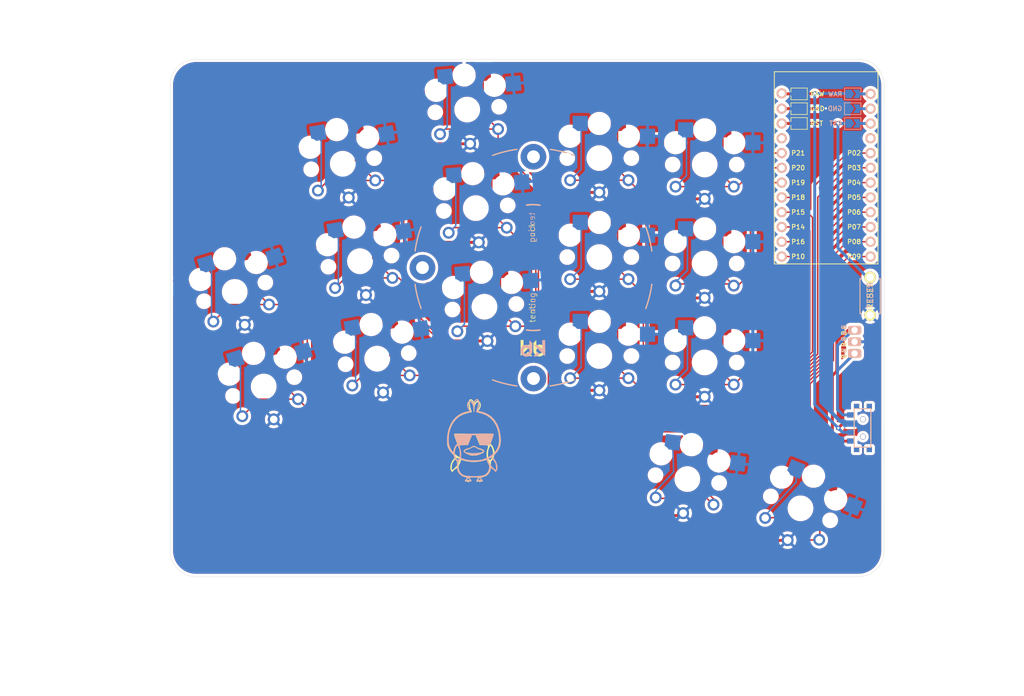
<source format=kicad_pcb>
(kicad_pcb (version 20211014) (generator pcbnew)
  (title_block (title "board") (rev "v1.0.0") (company "Unknown"))
  (layers (0 "F.Cu" signal) (31 "B.Cu" signal) (34 "B.Paste" user) (35 "F.Paste" user) (36 "B.SilkS" user "B.Silkscreen") (37 "F.SilkS" user "F.Silkscreen") (38 "B.Mask" user) (39 "F.Mask" user) (44 "Edge.Cuts" user))
  (net 0 "")
  (net 1 "P6")
  (net 2 "GND")
  (net 3 "P5")
  (net 4 "P4")
  (net 5 "P3")
  (net 6 "P2")
  (net 7 "P18")
  (net 8 "P15")
  (net 9 "P14")
  (net 10 "P16")
  (net 11 "P10")
  (net 12 "P19")
  (net 13 "P20")
  (net 14 "P21")
  (net 15 "P7")
  (net 16 "P8")
  (net 17 "P9")
  (net 18 "RAW")
  (net 19 "RST")
  (net 20 "Braw")
  (footprint "kbd:ResetSW" (layer "F.Cu") (at 161.906791 -81.993254 90)
    (fp_text reference "B1" hide)
    (fp_text value "")
  )
  (footprint "PG1350" (layer "F.Cu") (at 71.38711 -104.745067 10)
    (fp_text reference "S11" hide)
    (fp_text value "" hide)
  )
  (footprint "PG1350" (layer "F.Cu") (at 133.513229 -104.608987 180)
    (fp_text reference "S24" hide)
    (fp_text value "" hide)
  )
  (footprint "PG1350" (layer "F.Cu") (at 149.959314 -45.552845 158)
    (fp_text reference "S34" hide)
    (fp_text value "" hide)
  )
  (footprint "PG1350" (layer "F.Cu") (at 94.221643 -97.114167 5)
    (fp_text reference "S15" hide)
    (fp_text value "" hide)
  )
  (footprint "PG1350" (layer "F.Cu") (at 115.424791 -88.712254)
    (fp_text reference "S21" hide)
    (fp_text value "" hide)
  )
  (footprint "PG1350" (layer "F.Cu") (at 77.291148 -71.261603 -170)
    (fp_text reference "S8" hide)
    (fp_text value "" hide)
  )
  (footprint "E73:SPDT_C128955" (layer "F.Cu") (at 160.679791 -59.352254 -90)
    (fp_text reference "T1" hide)
    (fp_text value "" hide)
  )
  (footprint "E73:SPDT_C128955" (layer "F.Cu") (at 160.679791 -59.352254 -90)
    (fp_text reference "T2" hide)
    (fp_text value "" hide)
  )
  (footprint "PG1350" (layer "F.Cu") (at 95.703291 -80.178857 -175)
    (fp_text reference "S14" hide)
    (fp_text value "" hide)
  )
  (footprint "PG1350" (layer "F.Cu") (at 115.424791 -71.712254 180)
    (fp_text reference "S20" hide)
    (fp_text value "" hide)
  )
  (footprint "PG1350" (layer "F.Cu") (at 133.505791 -70.611491 180)
    (fp_text reference "S28" hide)
    (fp_text value "" hide)
  )
  (footprint "PG1350" (layer "F.Cu") (at 133.505791 -87.611491)
    (fp_text reference "S29" hide)
    (fp_text value "" hide)
  )
  (footprint "LOGO" (layer "F.Cu") (at 93.819755 -55.859733)
    (fp_text reference "G***" hide)
    (fp_text value "LOGO" hide)
  )
  (footprint "PG1350" (layer "F.Cu") (at 149.959314 -45.552845 -22)
    (fp_text reference "S33" hide)
    (fp_text value "" hide)
  )
  (footprint "PG1350" (layer "F.Cu") (at 77.291148 -71.261603 10)
    (fp_text reference "S7" hide)
    (fp_text value "" hide)
  )
  (footprint "lib:bat" (layer "F.Cu") (at 159.239791 -74.162254 -90)
    (fp_text reference "PAD1" hide)
    (fp_text value "" hide)
  )
  (footprint "PG1350" (layer "F.Cu") (at 52.842259 -82.729963 17)
    (fp_text reference "S5" hide)
    (fp_text value "" hide)
  )
  (footprint "PG1350" (layer "F.Cu") (at 133.505791 -70.611491)
    (fp_text reference "S27" hide)
    (fp_text value "" hide)
  )
  (footprint "PG1350" (layer "F.Cu") (at 74.339129 -88.003335 10)
    (fp_text reference "S9" hide)
    (fp_text value "" hide)
  )
  (footprint "PG1350" (layer "F.Cu") (at 94.221643 -97.114167 -175)
    (fp_text reference "S16" hide)
    (fp_text value "" hide)
  )
  (footprint "PG1350" (layer "F.Cu") (at 133.505791 -87.611491 180)
    (fp_text reference "S30" hide)
    (fp_text value "" hide)
  )
  (footprint "PG1350" (layer "F.Cu") (at 95.703291 -80.178857 5)
    (fp_text reference "S13" hide)
    (fp_text value "" hide)
  )
  (footprint "PG1350" (layer "F.Cu") (at 115.424791 -105.712254 180)
    (fp_text reference "S24" hide)
    (fp_text value "" hide)
  )
  (footprint "PG1350" (layer "F.Cu") (at 133.513229 -104.608987)
    (fp_text reference "S23" hide)
    (fp_text value "" hide)
  )
  (footprint "PG1350" (layer "F.Cu") (at 92.739996 -114.049477 5)
    (fp_text reference "S17" hide)
    (fp_text value "" hide)
  )
  (footprint "PG1350" (layer "F.Cu") (at 57.812578 -66.472782 -163)
    (fp_text reference "S4" hide)
    (fp_text value "" hide)
  )
  (footprint "PG1350" (layer "F.Cu") (at 74.339129 -88.003335 -170)
    (fp_text reference "S10" hide)
    (fp_text value "" hide)
  )
  (footprint "PG1350" (layer "F.Cu") (at 115.424791 -88.712254 180)
    (fp_text reference "S22" hide)
    (fp_text value "" hide)
  )
  (footprint "PG1350" (layer "F.Cu") (at 130.533477 -50.576709 -7)
    (fp_text reference "S31" hide)
    (fp_text value "" hide)
  )
  (footprint "ProMicro" (layer "F.Cu") (at 154.357213 -102.769254 -90)
    (fp_text reference "MCU1" hide)
    (fp_text value "" hide)
  )
  (footprint "PG1350" (layer "F.Cu") (at 57.812578 -66.472782 17)
    (fp_text reference "S3" hide)
    (fp_text value "" hide)
  )
  (footprint "PG1350" (layer "F.Cu") (at 130.533477 -50.576709 173)
    (fp_text reference "S32" hide)
    (fp_text value "" hide)
  )
  (footprint "Alaa:Tenting_Puck_3_Holes" (layer "F.Cu") (at 104.121791 -86.894254)
    (fp_text reference "REF**")
    (fp_text value "Tenting Puck")
  )
  (footprint "PG1350" (layer "F.Cu") (at 71.38711 -104.745067 -170)
    (fp_text reference "S12" hide)
    (fp_text value "" hide)
  )
  (footprint "PG1350" (layer "F.Cu") (at 115.424791 -105.712254)
    (fp_text reference "S23" hide)
    (fp_text value "" hide)
  )
  (footprint "PG1350" (layer "F.Cu") (at 52.842259 -82.729963 -163)
    (fp_text reference "S6" hide)
    (fp_text value "" hide)
  )
  (footprint "PG1350" (layer "F.Cu") (at 115.424791 -71.712254)
    (fp_text reference "S19" hide)
    (fp_text value "" hide)
  )
  (footprint "PG1350" (layer "F.Cu") (at 92.739996 -114.049477 -175)
    (fp_text reference "S18" hide)
    (fp_text value "" hide)
  )
  (footprint "LOGO" (layer "B.Cu") (at 93.98 -55.88 180)
    (fp_text reference "G***" hide)
    (fp_text value "LOGO" hide)
  )
  (gr_line (start 164.316185 -38.254903) (end 164.319791 -118.263254) (layer "Edge.Cuts") (width 0.05))
  (gr_arc (start 46.209791 -33.808254) (mid 43.066701 -35.110164) (end 41.764791 -38.253254) (layer "Edge.Cuts") (width 0.05))
  (gr_arc (start 159.874791 -122.708254) (mid 163.017881 -121.406344) (end 164.319791 -118.263254) (layer "Edge.Cuts") (width 0.05))
  (gr_line (start 46.209791 -33.808254) (end 159.871185 -33.809903) (layer "Edge.Cuts") (width 0.05))
  (gr_line (start 41.761149 -118.266118) (end 41.764791 -38.253254) (layer "Edge.Cuts") (width 0.05))
  (gr_line (start 159.874791 -122.708254) (end 46.206149 -122.711118) (layer "Edge.Cuts") (width 0.05))
  (gr_arc (start 41.761149 -118.266118) (mid 43.063059 -121.409208) (end 46.206149 -122.711118) (layer "Edge.Cuts") (width 0.05))
  (gr_arc (start 164.316185 -38.254903) (mid 163.014275 -35.111813) (end 159.871185 -33.809903) (layer "Edge.Cuts") (width 0.05))
  (segment (start 65.297412 -69.322588) (end 65.297412 -78.74) (width 0.25) (layer "F.Cu") (net 1))
  (segment (start 58.734795 -80.557863) (end 52.095465 -80.557863) (width 0.25) (layer "F.Cu") (net 1))
  (segment (start 54.234545 -89.377494) (end 54.234545 -85.058113) (width 0.25) (layer "F.Cu") (net 1))
  (segment (start 52.095465 -80.557863) (end 49.171748 -77.634146) (width 0.25) (layer "F.Cu") (net 1))
  (segment (start 54.234545 -85.058113) (end 58.734795 -80.557863) (width 0.25) (layer "F.Cu") (net 1))
  (segment (start 161.977213 -96.419254) (end 157.969791 -96.419254) (width 0.25) (layer "F.Cu") (net 1))
  (segment (start 63.479549 -80.557863) (end 58.734795 -80.557863) (width 0.25) (layer "F.Cu") (net 1))
  (segment (start 81.024544 -63.5) (end 71.12 -63.5) (width 0.25) (layer "F.Cu") (net 1))
  (segment (start 102.470863 -63.594774) (end 94.028116 -72.037521) (width 0.25) (layer "F.Cu") (net 1))
  (segment (start 108.879989 -60.800774) (end 106.085988 -63.594774) (width 0.25) (layer "F.Cu") (net 1))
  (segment (start 153.87619 -71.118807) (end 153.87619 -71.118089) (width 0.25) (layer "F.Cu") (net 1))
  (segment (start 125.012863 -59.149774) (end 123.361863 -60.800774) (width 0.25) (layer "F.Cu") (net 1))
  (segment (start 123.361863 -60.800774) (end 108.879989 -60.800774) (width 0.25) (layer "F.Cu") (net 1))
  (segment (start 89.562066 -72.037521) (end 81.024544 -63.5) (width 0.25) (layer "F.Cu") (net 1))
  (segment (start 65.297412 -78.74) (end 63.479549 -80.557863) (width 0.25) (layer "F.Cu") (net 1))
  (segment (start 154.628374 -93.117254) (end 154.268471 -92.757351) (width 0.25) (layer "F.Cu") (net 1))
  (segment (start 157.969791 -96.419254) (end 154.628374 -93.077837) (width 0.25) (layer "F.Cu") (net 1))
  (segment (start 153.87619 -71.118089) (end 141.907875 -59.149774) (width 0.25) (layer "F.Cu") (net 1))
  (segment (start 154.268471 -92.757351) (end 154.268471 -71.511089) (width 0.25) (layer "F.Cu") (net 1))
  (segment (start 94.028116 -72.037521) (end 89.562066 -72.037521) (width 0.25) (layer "F.Cu") (net 1))
  (segment (start 141.907875 -59.149774) (end 125.012863 -59.149774) (width 0.25) (layer "F.Cu") (net 1))
  (segment (start 154.268471 -71.511089) (end 153.87619 -71.118807) (width 0.25) (layer "F.Cu") (net 1))
  (segment (start 106.085988 -63.594774) (end 102.470863 -63.594774) (width 0.25) (layer "F.Cu") (net 1))
  (segment (start 71.12 -63.5) (end 65.297412 -69.322588) (width 0.25) (layer "F.Cu") (net 1))
  (segment (start 47.655954 -88.184596) (end 48.856953 -86.983597) (width 0.25) (layer "B.Cu") (net 1))
  (segment (start 48.856953 -86.983597) (end 48.856953 -78.356283) (width 0.25) (layer "B.Cu") (net 1))
  (segment (start 141.549822 -49.832832) (end 143.691642 -52.129654) (width 0.5) (layer "F.Cu") (net 2))
  (segment (start 63.384822 -105.421809) (end 62.586645 -106.219986) (width 0.5) (layer "F.Cu") (net 2))
  (segment (start 96.21751 -74.301308) (end 89.760656 -74.301308) (width 0.5) (layer "F.Cu") (net 2))
  (segment (start 63.384822 -100.80225) (end 63.384822 -105.421809) (width 0.5) (layer "F.Cu") (net 2))
  (segment (start 75.363653 -82.192969) (end 74.347654 -81.17697) (width 0.5) (layer "F.Cu") (net 2))
  (segment (start 62.586645 -106.219986) (end 62.586645 -107.001157) (width 0.5) (layer "F.Cu") (net 2))
  (segment (start 107.136087 -84.663616) (end 108.987449 -82.812254) (width 0.5) (layer "F.Cu") (net 2))
  (segment (start 127.904087 -81.687254) (end 125.217087 -84.374254) (width 0.5) (layer "F.Cu") (net 2))
  (segment (start 66.26837 -97.918702) (end 63.384822 -100.80225) (width 0.5) (layer "F.Cu") (net 2))
  (segment (start 133.505791 -81.711491) (end 133.481554 -81.687254) (width 0.5) (layer "F.Cu") (net 2))
  (segment (start 74.347654 -81.17697) (end 68.485407 -81.17697) (width 0.5) (layer "F.Cu") (net 2))
  (segment (start 71.813295 -64.435238) (end 68.490683 -67.75785) (width 0.5) (layer "F.Cu") (net 2))
  (segment (start 109.709791 -65.812254) (end 108.167264 -67.354781) (width 0.5) (layer "F.Cu") (net 2))
  (segment (start 141.797987 -42.726297) (end 141.549822 -49.832832) (width 0.5) (layer "F.Cu") (net 2))
  (segment (start 109.579975 -99.812254) (end 115.424791 -99.812254) (width 0.5) (layer "F.Cu") (net 2))
  (segment (start 89.760656 -74.301308) (end 87.132946 -76.929018) (width 0.5) (layer "F.Cu") (net 2))
  (segment (start 125.217087 -67.102254) (end 125.217087 -74.347787) (width 0.5) (layer "F.Cu") (net 2))
  (segment (start 49.917361 -65.987885) (end 48.802762 -67.102484) (width 0.5) (layer "F.Cu") (net 2))
  (segment (start 127.60785 -64.711491) (end 125.217087 -67.102254) (width 0.5) (layer "F.Cu") (net 2))
  (segment (start 59.537571 -60.830584) (end 58.196209 -59.489222) (width 0.5) (layer "F.Cu") (net 2))
  (segment (start 77.299673 -64.435238) (end 71.813295 -64.435238) (width 0.5) (layer "F.Cu") (net 2))
  (segment (start 124.886497 -44.183183) (end 122.611414 -46.304732) (width 0.5) (layer "F.Cu") (net 2))
  (segment (start 78.315672 -65.451237) (end 77.299673 -64.435238) (width 0.5) (layer "F.Cu") (net 2))
  (segment (start 58.196209 -59.489222) (end 53.137791 -59.489222) (width 0.5) (layer "F.Cu") (net 2))
  (segment (start 71.395635 -97.918702) (end 66.26837 -97.918702) (width 0.5) (layer "F.Cu") (net 2))
  (segment (start 53.137791 -59.489222) (end 49.917361 -62.709652) (width 0.5) (layer "F.Cu") (net 2))
  (segment (start 108.987449 -82.812254) (end 115.424791 -82.812254) (width 0.5) (layer "F.Cu") (net 2))
  (segment (start 133.481554 -81.687254) (end 127.904087 -81.687254) (width 0.5) (layer "F.Cu") (net 2))
  (segment (start 125.224525 -109.33275) (end 125.224525 -101.152875) (width 0.5) (layer "F.Cu") (net 2))
  (segment (start 86.601289 -108.171928) (end 86.570217 -108.140856) (width 0.5) (layer "F.Cu") (net 2))
  (segment (start 93.254215 -108.171928) (end 86.601289 -108.171928) (width 0.5) (layer "F.Cu") (net 2))
  (segment (start 68.485407 -81.17697) (end 65.538664 -84.123713) (width 0.5) (layer "F.Cu") (net 2))
  (segment (start 85.651298 -93.599163) (end 85.651298 -100.128683) (width 0.5) (layer "F.Cu") (net 2))
  (segment (start 107.136087 -110.436017) (end 107.136087 -102.256142) (width 0.5) (layer "F.Cu") (net 2))
  (segment (start 65.538664 -84.123713) (end 65.538664 -90.259425) (width 0.5) (layer "F.Cu") (net 2))
  (segment (start 48.802762 -67.102484) (end 48.802762 -67.639549) (width 0.5) (layer "F.Cu") (net 2))
  (segment (start 147.749135 -40.08246) (end 144.745631 -39.977575) (width 0.5) (layer "F.Cu") (net 2))
  (segment (start 133.505791 -64.711491) (end 127.60785 -64.711491) (width 0.5) (layer "F.Cu") (net 2))
  (segment (start 154.256703 -114.199254) (end 150.44369 -114.199254) (width 0.5) (layer "F.Cu") (net 2))
  (segment (start 115.424791 -65.812254) (end 109.709791 -65.812254) (width 0.5) (layer "F.Cu") (net 2))
  (segment (start 122.611414 -46.304732) (end 122.314371 -54.810935) (width 0.5) (layer "F.Cu") (net 2))
  (segment (start 125.217087 -84.374254) (end 125.217087 -92.335254) (width 0.5) (layer "F.Cu") (net 2))
  (segment (start 127.668413 -98.708987) (end 133.513229 -98.708987) (width 0.5) (layer "F.Cu") (net 2))
  (segment (start 94.735862 -91.236618) (end 88.013843 -91.236618) (width 0.5) (layer "F.Cu") (net 2))
  (segment (start 48.232895 -75.218284) (end 44.864298 -78.586881) (width 0.5) (layer "F.Cu") (net 2))
  (segment (start 87.132946 -76.929018) (end 87.132946 -83.193373) (width 0.5) (layer "F.Cu") (net 2))
  (segment (start 129.462225 -44.342971) (end 124.886497 -44.183183) (width 0.5) (layer "F.Cu") (net 2))
  (segment (start 88.013843 -91.236618) (end 85.651298 -93.599163) (width 0.5) (layer "F.Cu") (net 2))
  (segment (start 154.304587 -114.247138) (end 154.256703 -114.199254) (width 0.5) (layer "F.Cu") (net 2))
  (segment (start 44.864298 -78.586881) (end 44.864298 -82.864875) (width 0.5) (layer "F.Cu") (net 2))
  (segment (start 86.570217 -108.140856) (end 84.169651 -110.541422) (width 0.5) (layer "F.Cu") (net 2))
  (segment (start 144.745631 -39.977575) (end 141.797987 -42.726297) (width 0.5) (layer "F.Cu") (net 2))
  (segment (start 107.136087 -93.436017) (end 107.136087 -84.663616) (width 0.5) (layer "F.Cu") (net 2))
  (segment (start 54.567252 -77.087765) (end 52.697771 -75.218284) (width 0.5) (layer "F.Cu") (net 2))
  (segment (start 108.15356 -68.448217) (end 108.15356 -74.458485) (width 0.5) (layer "F.Cu") (net 2))
  (segment (start 72.411634 -98.934701) (end 71.395635 -97.918702) (width 0.5) (layer "F.Cu") (net 2))
  (segment (start 68.490683 -67.75785) (end 68.490683 -73.517693) (width 0.5) (layer "F.Cu") (net 2))
  (segment (start 52.697771 -75.218284) (end 48.232895 -75.218284) (width 0.5) (layer "F.Cu") (net 2))
  (segment (start 125.224525 -101.152875) (end 127.668413 -98.708987) (width 0.5) (layer "F.Cu") (net 2))
  (segment (start 108.167264 -67.354781) (end 108.167264 -68.352254) (width 0.5) (layer "F.Cu") (net 2))
  (segment (start 44.864298 -82.864875) (end 43.832443 -83.89673) (width 0.5) (layer "F.Cu") (net 2))
  (segment (start 49.917361 -62.709652) (end 49.917361 -65.987885) (width 0.5) (layer "F.Cu") (net 2))
  (segment (start 129.814449 -44.720686) (end 129.462225 -44.342971) (width 0.5) (layer "F.Cu") (net 2))
  (segment (start 107.136087 -102.256142) (end 109.579975 -99.812254) (width 0.5) (layer "F.Cu") (net 2))
  (segment (start 108.15356 -74.458485) (end 107.136087 -75.475958) (width 0.5) (layer "F.Cu") (net 2))
  (segment (start 84.169651 -110.541422) (end 84.169651 -117.063993) (width 0.5) (layer "F.Cu") (net 2))
  (segment (start 125.217087 -74.347787) (end 125.230791 -74.361491) (width 0.5) (layer "F.Cu") (net 2))
  (via (at 154.304587 -114.247138) (size 0.8) (drill 0.4) (layers "F.Cu" "B.Cu") (net 2))
  (segment (start 154.329345 -114.22238) (end 154.352471 -114.199254) (width 0.5) (layer "B.Cu") (net 2))
  (segment (start 154.352471 -114.199254) (end 158.19369 -114.199254) (width 0.5) (layer "B.Cu") (net 2))
  (segment (start 89.375867 -72.487041) (end 94.214315 -72.487041) (width 0.25) (layer "F.Cu") (net 3))
  (segment (start 94.214315 -72.487041) (end 102.657062 -64.044294) (width 0.25) (layer "F.Cu") (net 3))
  (segment (start 106.272187 -64.044294) (end 109.066187 -61.250294) (width 0.25) (layer "F.Cu") (net 3))
  (segment (start 153.42667 -71.305005) (end 153.818951 -71.697286) (width 0.25) (layer "F.Cu") (net 3))
  (segment (start 102.657062 -64.044294) (end 106.272187 -64.044294) (width 0.25) (layer "F.Cu") (net 3))
  (segment (start 123.548061 -61.250294) (end 125.199061 -59.599294) (width 0.25) (layer "F.Cu") (net 3))
  (segment (start 109.066187 -61.250294) (end 123.548061 -61.250294) (width 0.25) (layer "F.Cu") (net 3))
  (segment (start 79.483187 -71.779437) (end 82.87505 -68.387574) (width 0.25) (layer "F.Cu") (net 3))
  (segment (start 153.818951 -94.808414) (end 157.969791 -98.959254) (width 0.25) (layer "F.Cu") (net 3))
  (segment (start 85.2764 -68.387574) (end 89.375867 -72.487041) (width 0.25) (layer "F.Cu") (net 3))
  (segment (start 82.87505 -68.387574) (end 74.763453 -68.387574) (width 0.25) (layer "F.Cu") (net 3))
  (segment (start 79.483187 -77.689907) (end 79.483187 -71.779437) (width 0.25) (layer "F.Cu") (net 3))
  (segment (start 153.818951 -71.697286) (end 153.818951 -94.808414) (width 0.25) (layer "F.Cu") (net 3))
  (segment (start 125.199061 -59.599294) (end 141.721677 -59.599294) (width 0.25) (layer "F.Cu") (net 3))
  (segment (start 74.763453 -68.387574) (end 73.026972 -66.651093) (width 0.25) (layer "F.Cu") (net 3))
  (segment (start 82.87505 -68.387574) (end 85.2764 -68.387574) (width 0.25) (layer "F.Cu") (net 3))
  (segment (start 157.969791 -98.959254) (end 161.977213 -98.959254) (width 0.25) (layer "F.Cu") (net 3))
  (segment (start 141.721677 -59.599294) (end 153.42667 -71.304287) (width 0.25) (layer "F.Cu") (net 3))
  (segment (start 153.42667 -71.304287) (end 153.42667 -71.305005) (width 0.25) (layer "F.Cu") (net 3))
  (segment (start 73.59045 -67.214571) (end 73.026972 -66.651093) (width 0.25) (layer "B.Cu") (net 3))
  (segment (start 73.032696 -76.552511) (end 73.59045 -75.994757) (width 0.25) (layer "B.Cu") (net 3))
  (segment (start 73.59045 -75.994757) (end 73.59045 -67.214571) (width 0.25) (layer "B.Cu") (net 3))
  (segment (start 76.531168 -88.521169) (end 79.923031 -85.129306) (width 0.25) (layer "F.Cu") (net 4))
  (segment (start 157.969791 -101.499254) (end 161.977213 -101.499254) (width 0.25) (layer "F.Cu") (net 4))
  (segment (start 76.531168 -94.431639) (end 76.531168 -88.521169) (width 0.25) (layer "F.Cu") (net 4))
  (segment (start 109.252385 -61.699814) (end 123.734258 -61.699814) (width 0.25) (layer "F.Cu") (net 4))
  (segment (start 102.843259 -64.493814) (end 106.458384 -64.493814) (width 0.25) (layer "F.Cu") (net 4))
  (segment (start 84.38648 -81.737565) (end 84.38648 -77.933067) (width 0.25) (layer "F.Cu") (net 4))
  (segment (start 152.97715 -71.491203) (end 153.369431 -71.883487) (width 0.25) (layer "F.Cu") (net 4))
  (segment (start 94.400512 -72.936561) (end 102.843259 -64.493814) (width 0.25) (layer "F.Cu") (net 4))
  (segment (start 153.369431 -96.852113) (end 153.698572 -97.181254) (width 0.25) (layer "F.Cu") (net 4))
  (segment (start 123.734258 -61.699814) (end 125.385258 -60.048814) (width 0.25) (layer "F.Cu") (net 4))
  (segment (start 84.38648 -77.933067) (end 89.382986 -72.936561) (width 0.25) (layer "F.Cu") (net 4))
  (segment (start 79.923031 -85.129306) (end 71.811434 -85.129306) (width 0.25) (layer "F.Cu") (net 4))
  (segment (start 141.535479 -60.048814) (end 152.97715 -71.490485) (width 0.25) (layer "F.Cu") (net 4))
  (segment (start 125.385258 -60.048814) (end 141.535479 -60.048814) (width 0.25) (layer "F.Cu") (net 4))
  (segment (start 106.458384 -64.493814) (end 109.252385 -61.699814) (width 0.25) (layer "F.Cu") (net 4))
  (segment (start 80.994739 -85.129306) (end 84.38648 -81.737565) (width 0.25) (layer "F.Cu") (net 4))
  (segment (start 152.97715 -71.490485) (end 152.97715 -71.491203) (width 0.25) (layer "F.Cu") (net 4))
  (segment (start 71.811434 -85.129306) (end 70.074953 -83.392825) (width 0.25) (layer "F.Cu") (net 4))
  (segment (start 79.923031 -85.129306) (end 80.994739 -85.129306) (width 0.25) (layer "F.Cu") (net 4))
  (segment (start 153.698572 -97.228035) (end 157.969791 -101.499254) (width 0.25) (layer "F.Cu") (net 4))
  (segment (start 153.369431 -71.883487) (end 153.369431 -96.852113) (width 0.25) (layer "F.Cu") (net 4))
  (segment (start 89.382986 -72.936561) (end 94.400512 -72.936561) (width 0.25) (layer "F.Cu") (net 4))
  (segment (start 70.638431 -83.956303) (end 70.074953 -83.392825) (width 0.25) (layer "B.Cu") (net 4))
  (segment (start 70.638431 -92.736489) (end 70.638431 -83.956303) (width 0.25) (layer "B.Cu") (net 4))
  (segment (start 70.080677 -93.294243) (end 70.638431 -92.736489) (width 0.25) (layer "B.Cu") (net 4))
  (segment (start 68.859415 -101.871038) (end 67.122934 -100.134557) (width 0.25) (layer "F.Cu") (net 5))
  (segment (start 103.029456 -64.943334) (end 106.644582 -64.943334) (width 0.25) (layer "F.Cu") (net 5))
  (segment (start 73.579149 -111.173371) (end 73.579149 -105.262901) (width 0.25) (layer "F.Cu") (net 5))
  (segment (start 89.569184 -73.386081) (end 94.586709 -73.386081) (width 0.25) (layer "F.Cu") (net 5))
  (segment (start 152.52763 -71.676683) (end 152.52763 -71.677401) (width 0.25) (layer "F.Cu") (net 5))
  (segment (start 84.836 -81.923762) (end 84.836 -78.119265) (width 0.25) (layer "F.Cu") (net 5))
  (segment (start 79.561162 -101.871038) (end 81.858703 -99.573497) (width 0.25) (layer "F.Cu") (net 5))
  (segment (start 76.971012 -101.871038) (end 79.561162 -101.871038) (width 0.25) (layer "F.Cu") (net 5))
  (segment (start 141.349281 -60.498334) (end 152.52763 -71.676683) (width 0.25) (layer "F.Cu") (net 5))
  (segment (start 123.920455 -62.149334) (end 125.571455 -60.498334) (width 0.25) (layer "F.Cu") (net 5))
  (segment (start 76.971012 -101.871038) (end 68.859415 -101.871038) (width 0.25) (layer "F.Cu") (net 5))
  (segment (start 152.919911 -72.069684) (end 152.919911 -98.989374) (width 0.25) (layer "F.Cu") (net 5))
  (segment (start 94.586709 -73.386081) (end 103.029456 -64.943334) (width 0.25) (layer "F.Cu") (net 5))
  (segment (start 152.919911 -98.989374) (end 157.969791 -104.039254) (width 0.25) (layer "F.Cu") (net 5))
  (segment (start 106.644582 -64.943334) (end 109.438583 -62.149334) (width 0.25) (layer "F.Cu") (net 5))
  (segment (start 157.969791 -104.039254) (end 161.977213 -104.039254) (width 0.25) (layer "F.Cu") (net 5))
  (segment (start 152.52763 -71.677401) (end 152.919911 -72.069684) (width 0.25) (layer "F.Cu") (net 5))
  (segment (start 109.438583 -62.149334) (end 123.920455 -62.149334) (width 0.25) (layer "F.Cu") (net 5))
  (segment (start 125.571455 -60.498334) (end 141.349281 -60.498334) (width 0.25) (layer "F.Cu") (net 5))
  (segment (start 81.858703 -99.573497) (end 81.858703 -84.90106) (width 0.25) (layer "F.Cu") (net 5))
  (segment (start 73.579149 -105.262901) (end 76.971012 -101.871038) (width 0.25) (layer "F.Cu") (net 5))
  (segment (start 84.836 -78.119265) (end 89.569184 -73.386081) (width 0.25) (layer "F.Cu") (net 5))
  (segment (start 81.858703 -84.90106) (end 84.836 -81.923762) (width 0.25) (layer "F.Cu") (net 5))
  (segment (start 67.686412 -100.698035) (end 67.122934 -100.134557) (width 0.25) (layer "B.Cu") (net 5))
  (segment (start 67.128658 -110.035975) (end 67.686412 -109.478221) (width 0.25) (layer "B.Cu") (net 5))
  (segment (start 67.686412 -109.478221) (end 67.686412 -100.698035) (width 0.25) (layer "B.Cu") (net 5))
  (segment (start 109.624781 -62.598854) (end 124.106656 -62.598854) (width 0.25) (layer "F.Cu") (net 6))
  (segment (start 91.925067 -76.829096) (end 91.053509 -75.957538) (width 0.25) (layer "F.Cu") (net 6))
  (segment (start 106.68 -65.543635) (end 109.624781 -62.598854) (width 0.25) (layer "F.Cu") (net 6))
  (segment (start 102.844128 -76.829096) (end 104.07916 -75.594064) (width 0.25) (layer "F.Cu") (net 6))
  (segment (start 157.969791 -106.579254) (end 161.977213 -106.579254) (width 0.25) (layer "F.Cu") (net 6))
  (segment (start 104.07916 -73.484347) (end 106.68 -70.883507) (width 0.25) (layer "F.Cu") (net 6))
  (segment (start 101.015456 -76.829096) (end 98.447252 -79.3973) (width 0.25) (layer "F.Cu") (net 6))
  (segment (start 104.07916 -75.594064) (end 104.07916 -73.484347) (width 0.25) (layer "F.Cu") (net 6))
  (segment (start 98.447252 -79.3973) (end 98.447252 -86.391651) (width 0.25) (layer "F.Cu") (net 6))
  (segment (start 141.163083 -60.947854) (end 152.07811 -71.862881) (width 0.25) (layer "F.Cu") (net 6))
  (segment (start 106.68 -70.883507) (end 106.68 -65.543635) (width 0.25) (layer "F.Cu") (net 6))
  (segment (start 124.106656 -62.598854) (end 125.757656 -60.947854) (width 0.25) (layer "F.Cu") (net 6))
  (segment (start 101.015456 -76.829096) (end 102.844128 -76.829096) (width 0.25) (layer "F.Cu") (net 6))
  (segment (start 152.07811 -71.863599) (end 152.470391 -72.255881) (width 0.25) (layer "F.Cu") (net 6))
  (segment (start 152.07811 -71.862881) (end 152.07811 -71.863599) (width 0.25) (layer "F.Cu") (net 6))
  (segment (start 125.757656 -60.947854) (end 141.163083 -60.947854) (width 0.25) (layer "F.Cu") (net 6))
  (segment (start 101.015456 -76.829096) (end 91.925067 -76.829096) (width 0.25) (layer "F.Cu") (net 6))
  (segment (start 152.799532 -101.408995) (end 157.969791 -106.579254) (width 0.25) (layer "F.Cu") (net 6))
  (segment (start 152.470391 -72.255881) (end 152.470391 -101.043113) (width 0.25) (layer "F.Cu") (net 6))
  (segment (start 152.470391 -101.043113) (end 152.799532 -101.372254) (width 0.25) (layer "F.Cu") (net 6))
  (segment (start 92.270004 -77.174033) (end 91.053509 -75.957538) (width 0.25) (layer "B.Cu") (net 6))
  (segment (start 91.922177 -85.82078) (end 92.270004 -85.472953) (width 0.25) (layer "B.Cu") (net 6))
  (segment (start 92.270004 -85.472953) (end 92.270004 -77.174033) (width 0.25) (layer "B.Cu") (net 6))
  (segment (start 99.533808 -93.764406) (end 90.443419 -93.764406) (width 0.25) (layer "F.Cu") (net 7))
  (segment (start 148.571791 -98.959254) (end 146.737213 -98.959254) (width 0.25) (layer "F.Cu") (net 7))
  (segment (start 96.965604 -96.33261) (end 99.533808 -93.764406) (width 0.25) (layer "F.Cu") (net 7))
  (segment (start 151.62859 -72.049797) (end 152.020871 -72.442078) (width 0.25) (layer "F.Cu") (net 7))
  (segment (start 107.12952 -71.069704) (end 107.12952 -65.729833) (width 0.25) (layer "F.Cu") (net 7))
  (segment (start 125.943853 -61.397374) (end 140.976885 -61.397374) (width 0.25) (layer "F.Cu") (net 7))
  (segment (start 152.020871 -95.510174) (end 148.571791 -98.959254) (width 0.25) (layer "F.Cu") (net 7))
  (segment (start 151.62859 -72.049079) (end 151.62859 -72.049797) (width 0.25) (layer "F.Cu") (net 7))
  (segment (start 104.52868 -73.670546) (end 107.12952 -71.069704) (width 0.25) (layer "F.Cu") (net 7))
  (segment (start 96.965604 -103.326961) (end 96.965604 -96.33261) (width 0.25) (layer "F.Cu") (net 7))
  (segment (start 152.020871 -72.442078) (end 152.020871 -95.510174) (width 0.25) (layer "F.Cu") (net 7))
  (segment (start 104.52868 -88.769534) (end 104.52868 -73.670546) (width 0.25) (layer "F.Cu") (net 7))
  (segment (start 140.976885 -61.397374) (end 151.62859 -72.049079) (width 0.25) (layer "F.Cu") (net 7))
  (segment (start 124.292853 -63.048374) (end 125.943853 -61.397374) (width 0.25) (layer "F.Cu") (net 7))
  (segment (start 90.443419 -93.764406) (end 89.571861 -92.892848) (width 0.25) (layer "F.Cu") (net 7))
  (segment (start 109.810979 -63.048374) (end 124.292853 -63.048374) (width 0.25) (layer "F.Cu") (net 7))
  (segment (start 107.12952 -65.729833) (end 109.810979 -63.048374) (width 0.25) (layer "F.Cu") (net 7))
  (segment (start 99.533808 -93.764406) (end 104.52868 -88.769534) (width 0.25) (layer "F.Cu") (net 7))
  (segment (start 90.788356 -94.109343) (end 89.571861 -92.892848) (width 0.25) (layer "B.Cu") (net 7))
  (segment (start 90.440529 -102.75609) (end 90.788356 -102.408263) (width 0.25) (layer "B.Cu") (net 7))
  (segment (start 90.788356 -102.408263) (end 90.788356 -94.109343) (width 0.25) (layer "B.Cu") (net 7))
  (segment (start 104.9782 -73.856744) (end 107.57904 -71.255902) (width 0.25) (layer "F.Cu") (net 8))
  (segment (start 104.9782 -100.61575) (end 104.9782 -73.856744) (width 0.25) (layer "F.Cu") (net 8))
  (segment (start 151.17907 -72.235995) (end 151.571351 -72.628278) (width 0.25) (layer "F.Cu") (net 8))
  (segment (start 95.483957 -120.262271) (end 95.483957 -113.26792) (width 0.25) (layer "F.Cu") (net 8))
  (segment (start 151.571351 -72.628278) (end 151.571351 -93.165694) (width 0.25) (layer "F.Cu") (net 8))
  (segment (start 124.47905 -63.497894) (end 126.13005 -61.846894) (width 0.25) (layer "F.Cu") (net 8))
  (segment (start 109.997177 -63.497894) (end 124.47905 -63.497894) (width 0.25) (layer "F.Cu") (net 8))
  (segment (start 151.571351 -93.165694) (end 148.317791 -96.419254) (width 0.25) (layer "F.Cu") (net 8))
  (segment (start 148.317791 -96.419254) (end 146.737213 -96.419254) (width 0.25) (layer "F.Cu") (net 8))
  (segment (start 98.052161 -107.541789) (end 104.9782 -100.61575) (width 0.25) (layer "F.Cu") (net 8))
  (segment (start 88.961772 -110.699716) (end 88.090214 -109.828158) (width 0.25) (layer "F.Cu") (net 8))
  (segment (start 107.57904 -65.916031) (end 109.997177 -63.497894) (width 0.25) (layer "F.Cu") (net 8))
  (segment (start 140.790687 -61.846894) (end 151.17907 -72.235277) (width 0.25) (layer "F.Cu") (net 8))
  (segment (start 98.052161 -110.699716) (end 88.961772 -110.699716) (width 0.25) (layer "F.Cu") (net 8))
  (segment (start 126.13005 -61.846894) (end 140.790687 -61.846894) (width 0.25) (layer "F.Cu") (net 8))
  (segment (start 95.483957 -113.26792) (end 98.052161 -110.699716) (width 0.25) (layer "F.Cu") (net 8))
  (segment (start 151.17907 -72.235277) (end 151.17907 -72.235995) (width 0.25) (layer "F.Cu") (net 8))
  (segment (start 107.57904 -71.255902) (end 107.57904 -65.916031) (width 0.25) (layer "F.Cu") (net 8))
  (segment (start 98.052161 -110.699716) (end 98.052161 -107.541789) (width 0.25) (layer "F.Cu") (net 8))
  (segment (start 89.306709 -111.044653) (end 88.090214 -109.828158) (width 0.25) (layer "B.Cu") (net 8))
  (segment (start 89.306709 -119.343573) (end 89.306709 -111.044653) (width 0.25) (layer "B.Cu") (net 8))
  (segment (start 88.958882 -119.6914) (end 89.306709 -119.343573) (width 0.25) (layer "B.Cu") (net 8))
  (segment (start 140.604489 -62.296414) (end 150.72955 -72.421475) (width 0.25) (layer "F.Cu") (net 9))
  (segment (start 120.424791 -67.912254) (end 120.700411 -67.912254) (width 0.25) (layer "F.Cu") (net 9))
  (segment (start 120.424791 -67.912254) (end 110.424791 -67.912254) (width 0.25) (layer "F.Cu") (net 9))
  (segment (start 118.55027 -77.512733) (end 118.55027 -69.786775) (width 0.25) (layer "F.Cu") (net 9))
  (segment (start 126.31625 -62.296414) (end 140.604489 -62.296414) (width 0.25) (layer "F.Cu") (net 9))
  (segment (start 148.190791 -93.879254) (end 146.737213 -93.879254) (width 0.25) (layer "F.Cu") (net 9))
  (segment (start 150.72955 -72.421475) (end 150.72955 -72.422193) (width 0.25) (layer "F.Cu") (net 9))
  (segment (start 151.121831 -72.814475) (end 151.121831 -90.948214) (width 0.25) (layer "F.Cu") (net 9))
  (segment (start 118.55027 -69.786775) (end 120.424791 -67.912254) (width 0.25) (layer "F.Cu") (net 9))
  (segment (start 120.700411 -67.912254) (end 126.31625 -62.296414) (width 0.25) (layer "F.Cu") (net 9))
  (segment (start 150.72955 -72.422193) (end 151.121831 -72.814475) (width 0.25) (layer "F.Cu") (net 9))
  (segment (start 151.121831 -90.948214) (end 148.190791 -93.879254) (width 0.25) (layer "F.Cu") (net 9))
  (segment (start 118.699791 -77.662254) (end 118.55027 -77.512733) (width 0.25) (layer "F.Cu") (net 9))
  (segment (start 112.299312 -78.055712) (end 112.299312 -69.786775) (width 0.25) (layer "B.Cu") (net 9))
  (segment (start 112.299312 -69.786775) (end 110.424791 -67.912254) (width 0.25) (layer "B.Cu") (net 9))
  (segment (start 148.317791 -91.339254) (end 146.737213 -91.339254) (width 0.25) (layer "F.Cu") (net 10))
  (segment (start 118.55027 -86.786775) (end 120.424791 -84.912254) (width 0.25) (layer "F.Cu") (net 10))
  (segment (start 110.424791 -84.912254) (end 120.424791 -84.912254) (width 0.25) (layer "F.Cu") (net 10))
  (segment (start 150.672311 -88.984734) (end 148.317791 -91.339254) (width 0.25) (layer "F.Cu") (net 10))
  (segment (start 150.28003 -72.608391) (end 150.672311 -73.000672) (width 0.25) (layer "F.Cu") (net 10))
  (segment (start 122.979898 -66.268484) (end 126.502448 -62.745934) (width 0.25) (layer "F.Cu") (net 10))
  (segment (start 118.55027 -94.512733) (end 118.55027 -86.786775) (width 0.25) (layer "F.Cu") (net 10))
  (segment (start 140.418291 -62.745934) (end 150.28003 -72.607673) (width 0.25) (layer "F.Cu") (net 10))
  (segment (start 126.502448 -62.745934) (end 140.418291 -62.745934) (width 0.25) (layer "F.Cu") (net 10))
  (segment (start 150.28003 -72.607673) (end 150.28003 -72.608391) (width 0.25) (layer "F.Cu") (net 10))
  (segment (start 150.672311 -73.000672) (end 150.672311 -88.984734) (width 0.25) (layer "F.Cu") (net 10))
  (segment (start 120.424791 -84.912254) (end 122.979898 -82.357147) (width 0.25) (layer "F.Cu") (net 10))
  (segment (start 122.979898 -82.357147) (end 122.979898 -66.268484) (width 0.25) (layer "F.Cu") (net 10))
  (segment (start 118.699791 -94.662254) (end 118.55027 -94.512733) (width 0.25) (layer "F.Cu") (net 10))
  (segment (start 112.299312 -95.055712) (end 112.299312 -86.786775) (width 0.25) (layer "B.Cu") (net 10))
  (segment (start 112.299312 -86.786775) (end 110.424791 -84.912254) (width 0.25) (layer "B.Cu") (net 10))
  (segment (start 118.55027 -111.512733) (end 118.55027 -103.786775) (width 0.25) (layer "F.Cu") (net 11))
  (segment (start 140.138389 -63.195454) (end 149.736806 -72.793871) (width 0.25) (layer "F.Cu") (net 11))
  (segment (start 150.222791 -86.894254) (end 148.317791 -88.799254) (width 0.25) (layer "F.Cu") (net 11))
  (segment (start 120.424791 -101.912254) (end 110.424791 -101.912254) (width 0.25) (layer "F.Cu") (net 11))
  (segment (start 118.699791 -111.662254) (end 118.55027 -111.512733) (width 0.25) (layer "F.Cu") (net 11))
  (segment (start 123.429418 -98.907627) (end 123.429418 -66.454682) (width 0.25) (layer "F.Cu") (net 11))
  (segment (start 120.424791 -101.912254) (end 123.429418 -98.907627) (width 0.25) (layer "F.Cu") (net 11))
  (segment (start 150.222791 -73.186869) (end 150.222791 -86.894254) (width 0.25) (layer "F.Cu") (net 11))
  (segment (start 126.688646 -63.195454) (end 140.232093 -63.195454) (width 0.25) (layer "F.Cu") (net 11))
  (segment (start 149.83051 -72.794589) (end 150.222791 -73.186869) (width 0.25) (layer "F.Cu") (net 11))
  (segment (start 149.83051 -72.793871) (end 149.83051 -72.794589) (width 0.25) (layer "F.Cu") (net 11))
  (segment (start 123.429418 -66.454682) (end 126.688646 -63.195454) (width 0.25) (layer "F.Cu") (net 11))
  (segment (start 148.317791 -88.799254) (end 146.737213 -88.799254) (width 0.25) (layer "F.Cu") (net 11))
  (segment (start 118.55027 -103.786775) (end 120.424791 -101.912254) (width 0.25) (layer "F.Cu") (net 11))
  (segment (start 112.299312 -103.786775) (end 110.424791 -101.912254) (width 0.25) (layer "B.Cu") (net 11))
  (segment (start 112.299312 -112.055712) (end 112.299312 -103.786775) (width 0.25) (layer "B.Cu") (net 11))
  (segment (start 145.396791 -101.499254) (end 146.737213 -101.499254) (width 0.25) (layer "F.Cu") (net 12))
  (segment (start 138.505791 -66.811491) (end 138.555324 -66.811491) (width 0.25) (layer "F.Cu") (net 12))
  (segment (start 136.617566 -68.699716) (end 136.617566 -77.385733) (width 0.25) (layer "F.Cu") (net 12))
  (segment (start 141.814698 -70.070865) (end 141.814698 -97.917161) (width 0.25) (layer "F.Cu") (net 12))
  (segment (start 138.505791 -66.811491) (end 136.617566 -68.699716) (width 0.25) (layer "F.Cu") (net 12))
  (segment (start 141.814698 -97.917161) (end 145.396791 -101.499254) (width 0.25) (layer "F.Cu") (net 12))
  (segment (start 128.505791 -66.811491) (end 138.505791 -66.811491) (width 0.25) (layer "F.Cu") (net 12))
  (segment (start 138.555324 -66.811491) (end 141.814698 -70.070865) (width 0.25) (layer "F.Cu") (net 12))
  (segment (start 130.546753 -69.40851) (end 128.352512 -67.214269) (width 0.25) (layer "B.Cu") (net 12))
  (segment (start 130.546753 -76.495028) (end 130.546753 -69.40851) (width 0.25) (layer "B.Cu") (net 12))
  (segment (start 141.365178 -100.642641) (end 141.365178 -85.948076) (width 0.25) (layer "F.Cu") (net 13))
  (segment (start 128.794554 -84.100254) (end 138.217028 -84.100254) (width 0.25) (layer "F.Cu") (net 13))
  (segment (start 144.761791 -104.039254) (end 141.365178 -100.642641) (width 0.25) (layer "F.Cu") (net 13))
  (segment (start 141.365178 -85.948076) (end 139.228593 -83.811491) (width 0.25) (layer "F.Cu") (net 13))
  (segment (start 139.228593 -83.811491) (end 138.505791 -83.811491) (width 0.25) (layer "F.Cu") (net 13))
  (segment (start 146.737213 -104.039254) (end 144.761791 -104.039254) (width 0.25) (layer "F.Cu") (net 13))
  (segment (start 128.505791 -83.811491) (end 128.794554 -84.100254) (width 0.25) (layer "F.Cu") (net 13))
  (segment (start 136.617566 -85.699716) (end 136.617566 -94.385733) (width 0.25) (layer "F.Cu") (net 13))
  (segment (start 138.217028 -84.100254) (end 138.505791 -83.811491) (width 0.25) (layer "F.Cu") (net 13))
  (segment (start 138.505791 -83.811491) (end 136.617566 -85.699716) (width 0.25) (layer "F.Cu") (net 13))
  (segment (start 130.546753 -93.495028) (end 130.546753 -86.40851) (width 0.25) (layer "B.Cu") (net 13))
  (segment (start 128.923497 -84.785254) (end 128.492087 -84.785254) (width 0.25) (layer "B.Cu") (net 13))
  (segment (start 130.546753 -86.40851) (end 128.923497 -84.785254) (width 0.25) (layer "B.Cu") (net 13))
  (segment (start 138.513229 -100.808987) (end 139.118524 -100.808987) (width 0.25) (layer "F.Cu") (net 14))
  (segment (start 136.788229 -110.558987) (end 136.638708 -110.409466) (width 0.25) (layer "F.Cu") (net 14))
  (segment (start 139.118524 -100.808987) (end 144.888791 -106.579254) (width 0.25) (layer "F.Cu") (net 14))
  (segment (start 144.888791 -106.579254) (end 146.737213 -106.579254) (width 0.25) (layer "F.Cu") (net 14))
  (segment (start 136.638708 -102.683508) (end 138.513229 -100.808987) (width 0.25) (layer "F.Cu") (net 14))
  (segment (start 138.513229 -100.808987) (end 128.513229 -100.808987) (width 0.25) (layer "F.Cu") (net 14))
  (segment (start 136.638708 -110.409466) (end 136.638708 -102.683508) (width 0.25) (layer "F.Cu") (net 14))
  (segment (start 130.38775 -102.683508) (end 128.513229 -100.808987) (width 0.25) (layer "B.Cu") (net 14))
  (segment (start 130.38775 -110.952445) (end 130.38775 -102.683508) (width 0.25) (layer "B.Cu") (net 14))
  (segment (start 123.175666 -60.351254) (end 108.693791 -60.351254) (width 0.25) (layer "F.Cu") (net 15))
  (segment (start 161.977213 -93.879254) (end 157.969791 -93.879254) (width 0.25) (layer "F.Cu") (net 15))
  (segment (start 154.717991 -90.598351) (end 154.717991 -71.324892) (width 0.25) (layer "F.Cu") (net 15))
  (segment (start 89.748263 -71.588001) (end 81.210741 -63.05048) (width 0.25) (layer "F.Cu") (net 15))
  (segment (start 93.841919 -71.588001) (end 89.748263 -71.588001) (width 0.25) (layer "F.Cu") (net 15))
  (segment (start 59.204864 -68.800932) (end 63.705114 -64.300682) (width 0.25) (layer "F.Cu") (net 15))
  (segment (start 142.094073 -58.700254) (end 124.826666 -58.700254) (width 0.25) (layer "F.Cu") (net 15))
  (segment (start 64.955316 -63.05048) (end 63.705114 -64.300682) (width 0.25) (layer "F.Cu") (net 15))
  (segment (start 105.899791 -63.145254) (end 102.284666 -63.145254) (width 0.25) (layer "F.Cu") (net 15))
  (segment (start 155.077894 -90.958254) (end 154.717991 -90.598351) (width 0.25) (layer "F.Cu") (net 15))
  (segment (start 124.826666 -58.700254) (end 123.175666 -60.351254) (width 0.25) (layer "F.Cu") (net 15))
  (segment (start 157.969791 -93.879254) (end 155.077894 -90.987357) (width 0.25) (layer "F.Cu") (net 15))
  (segment (start 102.284666 -63.145254) (end 93.841919 -71.588001) (width 0.25) (layer "F.Cu") (net 15))
  (segment (start 63.705114 -64.300682) (end 57.065784 -64.300682) (width 0.25) (layer "F.Cu") (net 15))
  (segment (start 108.693791 -60.351254) (end 105.899791 -63.145254) (width 0.25) (layer "F.Cu") (net 15))
  (segment (start 154.32571 -70.932609) (end 154.32571 -70.931891) (width 0.25) (layer "F.Cu") (net 15))
  (segment (start 57.065784 -64.300682) (end 54.142067 -61.376965) (width 0.25) (layer "F.Cu") (net 15))
  (segment (start 154.32571 -70.931891) (end 142.094073 -58.700254) (width 0.25) (layer "F.Cu") (net 15))
  (segment (start 59.204864 -73.120313) (end 59.204864 -68.800932) (width 0.25) (layer "F.Cu") (net 15))
  (segment (start 154.717991 -71.324892) (end 154.32571 -70.932609) (width 0.25) (layer "F.Cu") (net 15))
  (segment (start 81.210741 -63.05048) (end 64.955316 -63.05048) (width 0.25) (layer "F.Cu") (net 15))
  (segment (start 52.626273 -71.927415) (end 53.827272 -70.726416) (width 0.25) (layer "B.Cu") (net 15))
  (segment (start 53.827272 -70.726416) (end 53.827272 -62.099102) (width 0.25) (layer "B.Cu") (net 15))
  (segment (start 155.167511 -88.566351) (end 155.167511 -71.138692) (width 0.25) (layer "F.Cu") (net 16))
  (segment (start 134.997112 -47.226373) (end 135.033104 -46.195687) (width 0.25) (layer "F.Cu") (net 16))
  (segment (start 133.983179 -48.171881) (end 134.997112 -47.226373) (width 0.25) (layer "F.Cu") (net 16))
  (segment (start 154.77523 -70.745693) (end 142.28027 -58.250734) (width 0.25) (layer "F.Cu") (net 16))
  (segment (start 161.977213 -91.339254) (end 157.969791 -91.339254) (width 0.25) (layer "F.Cu") (net 16))
  (segment (start 134.641582 -56.835045) (end 134.641582 -56.301432) (width 0.25) (layer "F.Cu") (net 16))
  (segment (start 125.301791 -47.233334) (end 125.107643 -47.414379) (width 0.25) (layer "F.Cu") (net 16))
  (segment (start 136.057271 -58.250734) (end 134.641582 -56.835045) (width 0.25) (layer "F.Cu") (net 16))
  (segment (start 155.527414 -88.926254) (end 155.167511 -88.566351) (width 0.25) (layer "F.Cu") (net 16))
  (segment (start 154.77523 -70.746411) (end 154.77523 -70.745693) (width 0.25) (layer "F.Cu") (net 16))
  (segment (start 135.033104 -46.195687) (end 133.609266 -47.523437) (width 0.25) (layer "F.Cu") (net 16))
  (segment (start 133.609266 -47.523437) (end 125.301791 -47.233334) (width 0.25) (layer "F.Cu") (net 16))
  (segment (start 142.28027 -58.250734) (end 136.057271 -58.250734) (width 0.25) (layer "F.Cu") (net 16))
  (segment (start 155.167511 -71.138692) (end 154.77523 -70.746411) (width 0.25) (layer "F.Cu") (net 16))
  (segment (start 133.735867 -55.25395) (end 133.983179 -48.171881) (width 0.25) (layer "F.Cu") (net 16))
  (segment (start 157.969791 -91.339254) (end 155.527414 -88.896877) (width 0.25) (layer "F.Cu") (net 16))
  (segment (start 125.070101 -48.489448) (end 125.107643 -47.414379) (width 0.25) (layer "B.Cu") (net 16))
  (segment (start 128.184442 -51.829169) (end 125.070101 -48.489448) (width 0.25) (layer "B.Cu") (net 16))
  (segment (start 128.008011 -56.88148) (end 128.184442 -51.829169) (width 0.25) (layer "B.Cu") (net 16))
  (segment (start 155.22475 -49.842752) (end 153.067237 -47.529103) (width 0.25) (layer "F.Cu") (net 17))
  (segment (start 151.619791 -66.954536) (end 151.619791 -55.525254) (width 0.25) (layer "F.Cu") (net 17))
  (segment (start 155.22475 -70.560214) (end 155.22475 -70.559495) (width 0.25) (layer "F.Cu") (net 17))
  (segment (start 155.617031 -70.952495) (end 155.22475 -70.560214) (width 0.25) (layer "F.Cu") (net 17))
  (segment (start 151.619791 -55.525254) (end 155.22475 -51.920295) (width 0.25) (layer "F.Cu") (net 17))
  (segment (start 155.22475 -51.920295) (end 155.22475 -49.842752) (width 0.25) (layer "F.Cu") (net 17))
  (segment (start 158.223791 -88.799254) (end 155.617031 -86.192494) (width 0.25) (layer "F.Cu") (net 17))
  (segment (start 155.22475 -70.559495) (end 151.619791 -66.954536) (width 0.25) (layer "F.Cu") (net 17))
  (segment (start 153.319172 -40.314627) (end 153.171728 -40.156513) (width 0.25) (layer "F.Cu") (net 17))
  (segment (start 151.210951 -40.088042) (end 147.004114 -44.010981) (width 0.25) (layer "F.Cu") (net 17))
  (segment (start 155.617031 -86.192494) (end 155.617031 -70.952495) (width 0.25) (layer "F.Cu") (net 17))
  (segment (start 153.171728 -40.156513) (end 151.210951 -40.088042) (width 0.25) (layer "F.Cu") (net 17))
  (segment (start 147.004114 -44.010981) (end 143.89989 -43.902579) (width 0.25) (layer "F.Cu") (net 17))
  (segment (start 153.067237 -47.529103) (end 153.319172 -40.314627) (width 0.25) (layer "F.Cu") (net 17))
  (segment (start 161.977213 -88.799254) (end 158.223791 -88.799254) (width 0.25) (layer "F.Cu") (net 17))
  (segment (start 149.151696 -52.296425) (end 149.230549 -50.038366) (width 0.25) (layer "B.Cu") (net 17))
  (segment (start 149.230549 -50.038366) (end 143.885774 -44.306797) (width 0.25) (layer "B.Cu") (net 17))
  (segment (start 143.885774 -44.306797) (end 143.89989 -43.902579) (width 0.25) (layer "B.Cu") (net 17))
  (segment (start 152.372041 -116.781896) (end 150.419502 -116.781896) (width 0.5) (layer "F.Cu") (net 18))
  (segment (start 157.212791 -60.102254) (end 158.223791 -60.102254) (width 0.5) (layer "F.Cu") (net 18))
  (segment (start 152.4 -116.809855) (end 152.372041 -116.781896) (width 0.5) (layer "F.Cu") (net 18))
  (segment (start 156.445791 -59.335254) (end 157.212791 -60.102254) (width 0.5) (layer "F.Cu") (net 18))
  (via (at 152.4 -116.809855) (size 0.8) (drill 0.4) (layers "F.Cu" "B.Cu") (net 18))
  (via (at 156.445791 -59.335254) (size 0.8) (drill 0.4) (layers "F.Cu" "B.Cu") (net 18))
  (segment (start 158.19369 -116.739254) (end 158.123089 -116.809855) (width 0.5) (layer "B.Cu") (net 18))
  (segment (start 157.178791 -58.602254) (end 156.445791 -59.335254) (width 0.5) (layer "B.Cu") (net 18))
  (segment (start 158.123089 -116.809855) (end 152.4 -116.809855) (width 0.5) (layer "B.Cu") (net 18))
  (segment (start 152.4 -116.809855) (end 152.4 -63.381045) (width 0.5) (layer "B.Cu") (net 18))
  (segment (start 152.4 -63.381045) (end 156.445791 -59.335254) (width 0.5) (layer "B.Cu") (net 18))
  (segment (start 158.223791 -58.602254) (end 157.178791 -58.602254) (width 0.5) (layer "B.Cu") (net 18))
  (segment (start 150.466332 -111.681896) (end 150.44369 -111.659254) (width 0.5) (layer "F.Cu") (net 19))
  (segment (start 156.389782 -111.703058) (end 156.36862 -111.681896) (width 0.5) (layer "F.Cu") (net 19))
  (segment (start 156.36862 -111.681896) (end 150.466332 -111.681896) (width 0.5) (layer "F.Cu") (net 19))
  (via (at 156.389782 -111.703058) (size 0.8) (drill 0.4) (layers "F.Cu" "B.Cu") (net 19))
  (segment (start 156.433586 -111.659254) (end 158.19369 -111.659254) (width 0.5) (layer "B.Cu") (net 19))
  (segment (start 161.398791 -85.243254) (end 156.389782 -90.252263) (width 0.5) (layer "B.Cu") (net 19))
  (segment (start 161.906791 -85.243254) (end 161.398791 -85.243254) (width 0.5) (layer "B.Cu") (net 19))
  (segment (start 156.389782 -90.252263) (end 156.389782 -111.703058) (width 0.5) (layer "B.Cu") (net 19))
  (segment (start 156.389782 -111.703058) (end 156.433586 -111.659254) (width 0.5) (layer "B.Cu") (net 19))
  (segment (start 156.191551 -69.114014) (end 156.191551 -74.194014) (width 0.5) (layer "F.Cu") (net 20))
  (segment (start 155.429791 -68.352254) (end 156.191551 -69.114014) (width 0.5) (layer "F.Cu") (net 20))
  (segment (start 156.191551 -74.194014) (end 158.159791 -76.162254) (width 0.5) (layer "F.Cu") (net 20))
  (segment (start 155.429791 -58.065254) (end 155.429791 -68.352254) (width 0.5) (layer "F.Cu") (net 20))
  (segment (start 155.429791 -68.352254) (end 159.239791 -72.162254) (width 0.5) (layer "F.Cu") (net 20))
  (segment (start 158.159791 -76.162254) (end 159.239791 -76.162254) (width 0.5) (layer "F.Cu") (net 20))
  (segment (start 158.223791 -57.102254) (end 156.392791 -57.102254) (width 0.5) (layer "F.Cu") (net 20))
  (segment (start 156.392791 -57.102254) (end 155.429791 -58.065254) (width 0.5) (layer "F.Cu") (net 20))
  (segment (start 156.318791 -69.241254) (end 156.318791 -62.510254) (width 0.5) (layer "B.Cu") (net 20))
  (segment (start 156.318791 -62.510254) (end 157.226791 -61.602254) (width 0.5) (layer "B.Cu") (net 20))
  (segment (start 159.239791 -72.162254) (end 156.318791 -69.241254) (width 0.5) (layer "B.Cu") (net 20))
  (segment (start 156.318791 -73.532301) (end 156.318791 -62.510254) (width 0.5) (layer "B.Cu") (net 20))
  (segment (start 159.239791 -76.162254) (end 158.948744 -76.162254) (width 0.5) (layer "B.Cu") (net 20))
  (segment (start 157.226791 -61.602254) (end 158.223791 -61.602254) (width 0.5) (layer "B.Cu") (net 20))
  (segment (start 158.948744 -76.162254) (end 156.318791 -73.532301) (width 0.5) (layer "B.Cu") (net 20))
  (zone (net 0) (net_name "") (layer "F.Cu") (connect_pads (clearance 0.508)) (min_thickness 0.254) (fill yes (thermal_gap 0.508) (thermal_bridge_width 0.508))
    (polygon (pts (xy 186.036791 -15.901254) (xy 18.142791 -18.187254) (xy 14.713791 -130.582254) (xy 184.004791 -131.217254)))
  )
  (zone (net 2) (net_name "GND") (layer "B.Cu") (connect_pads (clearance 0.508)) (min_thickness 0.254) (fill yes (thermal_gap 0.508) (thermal_bridge_width 0.508))
    (polygon (pts (xy 185.274791 -132.868254) (xy 188.341 -13.2842) (xy 15.094791 -16.028254) (xy 12.554791 -132.868254) (xy 86.7918 -132.868254)))
  )
)
</source>
